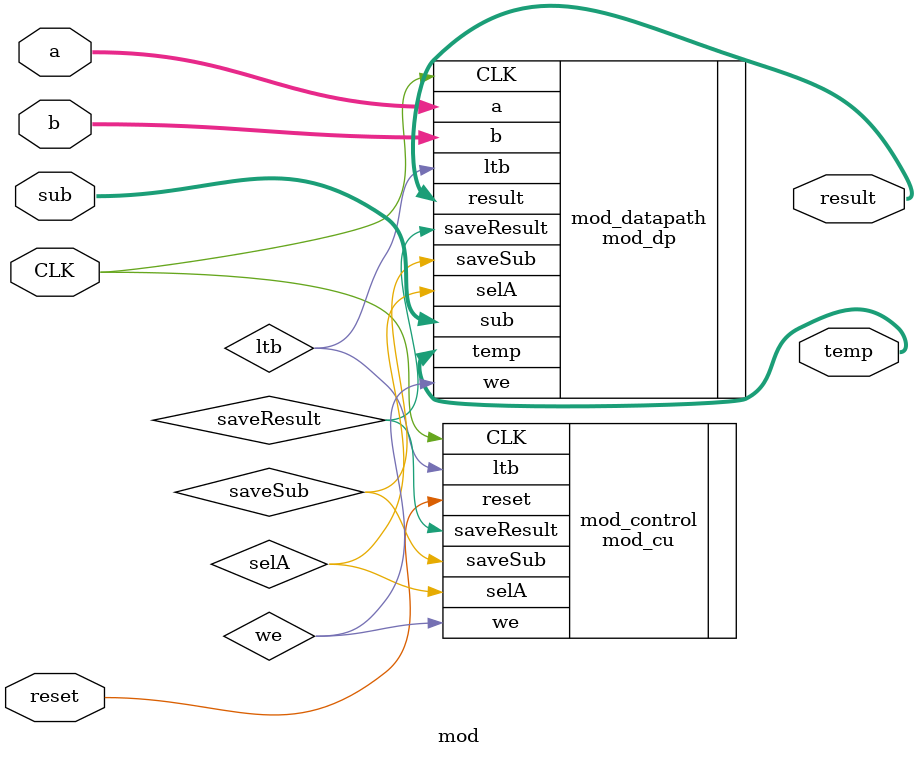
<source format=v>
module mod(output[31:0] result, output[31:0] temp, input CLK, input[31:0] a, input[31:0] b, input[31:0] sub, input reset);

wire selA, we, ltb, saveResult, saveSub;

mod_cu mod_control(.we(we), .selA(selA), .saveResult(saveResult), .saveSub(saveSub), .CLK(CLK), .ltb(ltb), .reset(reset));
mod_dp mod_datapath(.result(result), .temp(temp), .ltb(ltb), .CLK(CLK), .a(a), .b(b), .we(we), .selA(selA), .saveResult(saveResult), .sub(sub), .saveSub(saveSub));

endmodule
</source>
